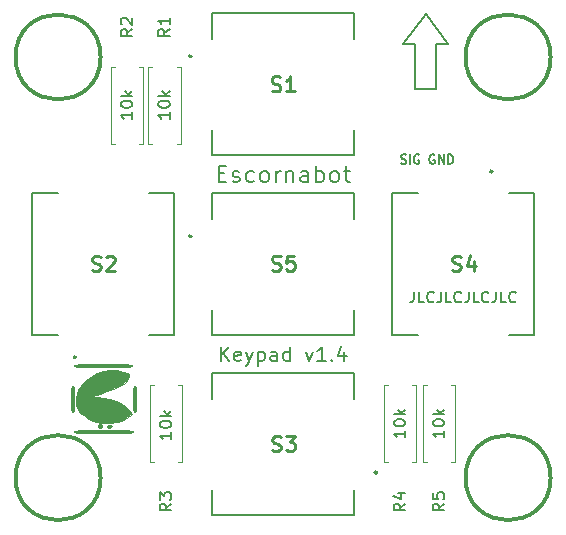
<source format=gbr>
G04 #@! TF.GenerationSoftware,KiCad,Pcbnew,(5.1.10-1-10_14)*
G04 #@! TF.CreationDate,2022-02-23T14:04:16+01:00*
G04 #@! TF.ProjectId,TecladoEB,5465636c-6164-46f4-9542-2e6b69636164,v1.3*
G04 #@! TF.SameCoordinates,PX5f5e100PY8b85c60*
G04 #@! TF.FileFunction,Legend,Top*
G04 #@! TF.FilePolarity,Positive*
%FSLAX46Y46*%
G04 Gerber Fmt 4.6, Leading zero omitted, Abs format (unit mm)*
G04 Created by KiCad (PCBNEW (5.1.10-1-10_14)) date 2022-02-23 14:04:16*
%MOMM*%
%LPD*%
G01*
G04 APERTURE LIST*
%ADD10C,0.150000*%
%ADD11C,0.200000*%
%ADD12C,0.160000*%
%ADD13C,0.120000*%
%ADD14C,0.254000*%
%ADD15C,0.010000*%
%ADD16C,0.350000*%
G04 APERTURE END LIST*
D10*
X34125571Y31680191D02*
X34232714Y31642096D01*
X34411285Y31642096D01*
X34482714Y31680191D01*
X34518428Y31718286D01*
X34554142Y31794477D01*
X34554142Y31870667D01*
X34518428Y31946858D01*
X34482714Y31984953D01*
X34411285Y32023048D01*
X34268428Y32061143D01*
X34197000Y32099239D01*
X34161285Y32137334D01*
X34125571Y32213524D01*
X34125571Y32289715D01*
X34161285Y32365905D01*
X34197000Y32404000D01*
X34268428Y32442096D01*
X34447000Y32442096D01*
X34554142Y32404000D01*
X34875571Y31642096D02*
X34875571Y32442096D01*
X35625571Y32404000D02*
X35554142Y32442096D01*
X35447000Y32442096D01*
X35339857Y32404000D01*
X35268428Y32327810D01*
X35232714Y32251620D01*
X35197000Y32099239D01*
X35197000Y31984953D01*
X35232714Y31832572D01*
X35268428Y31756381D01*
X35339857Y31680191D01*
X35447000Y31642096D01*
X35518428Y31642096D01*
X35625571Y31680191D01*
X35661285Y31718286D01*
X35661285Y31984953D01*
X35518428Y31984953D01*
X36947000Y32404000D02*
X36875571Y32442096D01*
X36768428Y32442096D01*
X36661285Y32404000D01*
X36589857Y32327810D01*
X36554142Y32251620D01*
X36518428Y32099239D01*
X36518428Y31984953D01*
X36554142Y31832572D01*
X36589857Y31756381D01*
X36661285Y31680191D01*
X36768428Y31642096D01*
X36839857Y31642096D01*
X36947000Y31680191D01*
X36982714Y31718286D01*
X36982714Y31984953D01*
X36839857Y31984953D01*
X37304142Y31642096D02*
X37304142Y32442096D01*
X37732714Y31642096D01*
X37732714Y32442096D01*
X38089857Y31642096D02*
X38089857Y32442096D01*
X38268428Y32442096D01*
X38375571Y32404000D01*
X38447000Y32327810D01*
X38482714Y32251620D01*
X38518428Y32099239D01*
X38518428Y31984953D01*
X38482714Y31832572D01*
X38447000Y31756381D01*
X38375571Y31680191D01*
X38268428Y31642096D01*
X38089857Y31642096D01*
D11*
X18663333Y30834000D02*
X19130000Y30834000D01*
X19330000Y30100667D02*
X18663333Y30100667D01*
X18663333Y31500667D01*
X19330000Y31500667D01*
X19863333Y30167334D02*
X19996666Y30100667D01*
X20263333Y30100667D01*
X20396666Y30167334D01*
X20463333Y30300667D01*
X20463333Y30367334D01*
X20396666Y30500667D01*
X20263333Y30567334D01*
X20063333Y30567334D01*
X19930000Y30634000D01*
X19863333Y30767334D01*
X19863333Y30834000D01*
X19930000Y30967334D01*
X20063333Y31034000D01*
X20263333Y31034000D01*
X20396666Y30967334D01*
X21663333Y30167334D02*
X21530000Y30100667D01*
X21263333Y30100667D01*
X21130000Y30167334D01*
X21063333Y30234000D01*
X20996666Y30367334D01*
X20996666Y30767334D01*
X21063333Y30900667D01*
X21130000Y30967334D01*
X21263333Y31034000D01*
X21530000Y31034000D01*
X21663333Y30967334D01*
X22463333Y30100667D02*
X22330000Y30167334D01*
X22263333Y30234000D01*
X22196666Y30367334D01*
X22196666Y30767334D01*
X22263333Y30900667D01*
X22330000Y30967334D01*
X22463333Y31034000D01*
X22663333Y31034000D01*
X22796666Y30967334D01*
X22863333Y30900667D01*
X22930000Y30767334D01*
X22930000Y30367334D01*
X22863333Y30234000D01*
X22796666Y30167334D01*
X22663333Y30100667D01*
X22463333Y30100667D01*
X23530000Y30100667D02*
X23530000Y31034000D01*
X23530000Y30767334D02*
X23596666Y30900667D01*
X23663333Y30967334D01*
X23796666Y31034000D01*
X23930000Y31034000D01*
X24396666Y31034000D02*
X24396666Y30100667D01*
X24396666Y30900667D02*
X24463333Y30967334D01*
X24596666Y31034000D01*
X24796666Y31034000D01*
X24930000Y30967334D01*
X24996666Y30834000D01*
X24996666Y30100667D01*
X26263333Y30100667D02*
X26263333Y30834000D01*
X26196666Y30967334D01*
X26063333Y31034000D01*
X25796666Y31034000D01*
X25663333Y30967334D01*
X26263333Y30167334D02*
X26130000Y30100667D01*
X25796666Y30100667D01*
X25663333Y30167334D01*
X25596666Y30300667D01*
X25596666Y30434000D01*
X25663333Y30567334D01*
X25796666Y30634000D01*
X26130000Y30634000D01*
X26263333Y30700667D01*
X26930000Y30100667D02*
X26930000Y31500667D01*
X26930000Y30967334D02*
X27063333Y31034000D01*
X27330000Y31034000D01*
X27463333Y30967334D01*
X27530000Y30900667D01*
X27596666Y30767334D01*
X27596666Y30367334D01*
X27530000Y30234000D01*
X27463333Y30167334D01*
X27330000Y30100667D01*
X27063333Y30100667D01*
X26930000Y30167334D01*
X28396666Y30100667D02*
X28263333Y30167334D01*
X28196666Y30234000D01*
X28130000Y30367334D01*
X28130000Y30767334D01*
X28196666Y30900667D01*
X28263333Y30967334D01*
X28396666Y31034000D01*
X28596666Y31034000D01*
X28730000Y30967334D01*
X28796666Y30900667D01*
X28863333Y30767334D01*
X28863333Y30367334D01*
X28796666Y30234000D01*
X28730000Y30167334D01*
X28596666Y30100667D01*
X28396666Y30100667D01*
X29263333Y31034000D02*
X29796666Y31034000D01*
X29463333Y31500667D02*
X29463333Y30300667D01*
X29530000Y30167334D01*
X29663333Y30100667D01*
X29796666Y30100667D01*
D12*
X35212857Y20812858D02*
X35212857Y20170000D01*
X35170000Y20041429D01*
X35084285Y19955715D01*
X34955714Y19912858D01*
X34870000Y19912858D01*
X36070000Y19912858D02*
X35641428Y19912858D01*
X35641428Y20812858D01*
X36884285Y19998572D02*
X36841428Y19955715D01*
X36712857Y19912858D01*
X36627142Y19912858D01*
X36498571Y19955715D01*
X36412857Y20041429D01*
X36370000Y20127143D01*
X36327142Y20298572D01*
X36327142Y20427143D01*
X36370000Y20598572D01*
X36412857Y20684286D01*
X36498571Y20770000D01*
X36627142Y20812858D01*
X36712857Y20812858D01*
X36841428Y20770000D01*
X36884285Y20727143D01*
X37527142Y20812858D02*
X37527142Y20170000D01*
X37484285Y20041429D01*
X37398571Y19955715D01*
X37270000Y19912858D01*
X37184285Y19912858D01*
X38384285Y19912858D02*
X37955714Y19912858D01*
X37955714Y20812858D01*
X39198571Y19998572D02*
X39155714Y19955715D01*
X39027142Y19912858D01*
X38941428Y19912858D01*
X38812857Y19955715D01*
X38727142Y20041429D01*
X38684285Y20127143D01*
X38641428Y20298572D01*
X38641428Y20427143D01*
X38684285Y20598572D01*
X38727142Y20684286D01*
X38812857Y20770000D01*
X38941428Y20812858D01*
X39027142Y20812858D01*
X39155714Y20770000D01*
X39198571Y20727143D01*
X39841428Y20812858D02*
X39841428Y20170000D01*
X39798571Y20041429D01*
X39712857Y19955715D01*
X39584285Y19912858D01*
X39498571Y19912858D01*
X40698571Y19912858D02*
X40270000Y19912858D01*
X40270000Y20812858D01*
X41512857Y19998572D02*
X41470000Y19955715D01*
X41341428Y19912858D01*
X41255714Y19912858D01*
X41127142Y19955715D01*
X41041428Y20041429D01*
X40998571Y20127143D01*
X40955714Y20298572D01*
X40955714Y20427143D01*
X40998571Y20598572D01*
X41041428Y20684286D01*
X41127142Y20770000D01*
X41255714Y20812858D01*
X41341428Y20812858D01*
X41470000Y20770000D01*
X41512857Y20727143D01*
X42155714Y20812858D02*
X42155714Y20170000D01*
X42112857Y20041429D01*
X42027142Y19955715D01*
X41898571Y19912858D01*
X41812857Y19912858D01*
X43012857Y19912858D02*
X42584285Y19912858D01*
X42584285Y20812858D01*
X43827142Y19998572D02*
X43784285Y19955715D01*
X43655714Y19912858D01*
X43570000Y19912858D01*
X43441428Y19955715D01*
X43355714Y20041429D01*
X43312857Y20127143D01*
X43270000Y20298572D01*
X43270000Y20427143D01*
X43312857Y20598572D01*
X43355714Y20684286D01*
X43441428Y20770000D01*
X43570000Y20812858D01*
X43655714Y20812858D01*
X43784285Y20770000D01*
X43827142Y20727143D01*
D11*
X18872857Y14951143D02*
X18872857Y16151143D01*
X19558571Y14951143D02*
X19044285Y15636858D01*
X19558571Y16151143D02*
X18872857Y15465429D01*
X20530000Y15008286D02*
X20415714Y14951143D01*
X20187142Y14951143D01*
X20072857Y15008286D01*
X20015714Y15122572D01*
X20015714Y15579715D01*
X20072857Y15694000D01*
X20187142Y15751143D01*
X20415714Y15751143D01*
X20530000Y15694000D01*
X20587142Y15579715D01*
X20587142Y15465429D01*
X20015714Y15351143D01*
X20987142Y15751143D02*
X21272857Y14951143D01*
X21558571Y15751143D02*
X21272857Y14951143D01*
X21158571Y14665429D01*
X21101428Y14608286D01*
X20987142Y14551143D01*
X22015714Y15751143D02*
X22015714Y14551143D01*
X22015714Y15694000D02*
X22130000Y15751143D01*
X22358571Y15751143D01*
X22472857Y15694000D01*
X22530000Y15636858D01*
X22587142Y15522572D01*
X22587142Y15179715D01*
X22530000Y15065429D01*
X22472857Y15008286D01*
X22358571Y14951143D01*
X22130000Y14951143D01*
X22015714Y15008286D01*
X23615714Y14951143D02*
X23615714Y15579715D01*
X23558571Y15694000D01*
X23444285Y15751143D01*
X23215714Y15751143D01*
X23101428Y15694000D01*
X23615714Y15008286D02*
X23501428Y14951143D01*
X23215714Y14951143D01*
X23101428Y15008286D01*
X23044285Y15122572D01*
X23044285Y15236858D01*
X23101428Y15351143D01*
X23215714Y15408286D01*
X23501428Y15408286D01*
X23615714Y15465429D01*
X24701428Y14951143D02*
X24701428Y16151143D01*
X24701428Y15008286D02*
X24587142Y14951143D01*
X24358571Y14951143D01*
X24244285Y15008286D01*
X24187142Y15065429D01*
X24130000Y15179715D01*
X24130000Y15522572D01*
X24187142Y15636858D01*
X24244285Y15694000D01*
X24358571Y15751143D01*
X24587142Y15751143D01*
X24701428Y15694000D01*
X26072857Y15751143D02*
X26358571Y14951143D01*
X26644285Y15751143D01*
X27730000Y14951143D02*
X27044285Y14951143D01*
X27387142Y14951143D02*
X27387142Y16151143D01*
X27272857Y15979715D01*
X27158571Y15865429D01*
X27044285Y15808286D01*
X28244285Y15065429D02*
X28301428Y15008286D01*
X28244285Y14951143D01*
X28187142Y15008286D01*
X28244285Y15065429D01*
X28244285Y14951143D01*
X29330000Y15751143D02*
X29330000Y14951143D01*
X29044285Y16208286D02*
X28758571Y15351143D01*
X29501428Y15351143D01*
X37084000Y38023800D02*
X35306000Y38023800D01*
X37084000Y41833800D02*
X37084000Y38023800D01*
X38100000Y41833800D02*
X37084000Y41833800D01*
X36195000Y44373800D02*
X38100000Y41833800D01*
X34290000Y41833800D02*
X36195000Y44373800D01*
X35306000Y41833800D02*
X34290000Y41833800D01*
X35306000Y38023800D02*
X35306000Y41833800D01*
D13*
X35076000Y12922000D02*
X35406000Y12922000D01*
X35406000Y12922000D02*
X35406000Y6382000D01*
X35406000Y6382000D02*
X35076000Y6382000D01*
X32996000Y12922000D02*
X32666000Y12922000D01*
X32666000Y12922000D02*
X32666000Y6382000D01*
X32666000Y6382000D02*
X32996000Y6382000D01*
X36298000Y6382000D02*
X35968000Y6382000D01*
X35968000Y6382000D02*
X35968000Y12922000D01*
X35968000Y12922000D02*
X36298000Y12922000D01*
X38378000Y6382000D02*
X38708000Y6382000D01*
X38708000Y6382000D02*
X38708000Y12922000D01*
X38708000Y12922000D02*
X38378000Y12922000D01*
X13184000Y6382000D02*
X12854000Y6382000D01*
X12854000Y6382000D02*
X12854000Y12922000D01*
X12854000Y12922000D02*
X13184000Y12922000D01*
X15264000Y6382000D02*
X15594000Y6382000D01*
X15594000Y6382000D02*
X15594000Y12922000D01*
X15594000Y12922000D02*
X15264000Y12922000D01*
X9882000Y33306000D02*
X9552000Y33306000D01*
X9552000Y33306000D02*
X9552000Y39846000D01*
X9552000Y39846000D02*
X9882000Y39846000D01*
X11962000Y33306000D02*
X12292000Y33306000D01*
X12292000Y33306000D02*
X12292000Y39846000D01*
X12292000Y39846000D02*
X11962000Y39846000D01*
X13057000Y33306000D02*
X12727000Y33306000D01*
X12727000Y33306000D02*
X12727000Y39846000D01*
X12727000Y39846000D02*
X13057000Y39846000D01*
X15137000Y33306000D02*
X15467000Y33306000D01*
X15467000Y33306000D02*
X15467000Y39846000D01*
X15467000Y39846000D02*
X15137000Y39846000D01*
D11*
X30130000Y17150000D02*
X18130000Y17150000D01*
X18130000Y29150000D02*
X30130000Y29150000D01*
X30130000Y17150000D02*
X30130000Y19301000D01*
X30130000Y29150000D02*
X30130000Y26999000D01*
X18130000Y29150000D02*
X18130000Y26999000D01*
X18130000Y17150000D02*
X18130000Y19301000D01*
D14*
X16357000Y25534000D02*
G75*
G03*
X16357000Y25534000I-82000J0D01*
G01*
D11*
X33370000Y17150000D02*
X33370000Y29150000D01*
X45370000Y29150000D02*
X45370000Y17150000D01*
X33370000Y17150000D02*
X35521000Y17150000D01*
X45370000Y17150000D02*
X43219000Y17150000D01*
X45370000Y29150000D02*
X43219000Y29150000D01*
X33370000Y29150000D02*
X35521000Y29150000D01*
D14*
X41836000Y31005000D02*
G75*
G03*
X41836000Y31005000I-82000J0D01*
G01*
D11*
X18130000Y13910000D02*
X30130000Y13910000D01*
X30130000Y1910000D02*
X18130000Y1910000D01*
X18130000Y13910000D02*
X18130000Y11759000D01*
X18130000Y1910000D02*
X18130000Y4061000D01*
X30130000Y1910000D02*
X30130000Y4061000D01*
X30130000Y13910000D02*
X30130000Y11759000D01*
D14*
X32067000Y5526000D02*
G75*
G03*
X32067000Y5526000I-82000J0D01*
G01*
D11*
X30130000Y32390000D02*
X18130000Y32390000D01*
X18130000Y44390000D02*
X30130000Y44390000D01*
X30130000Y32390000D02*
X30130000Y34541000D01*
X30130000Y44390000D02*
X30130000Y42239000D01*
X18130000Y44390000D02*
X18130000Y42239000D01*
X18130000Y32390000D02*
X18130000Y34541000D01*
D14*
X16357000Y40774000D02*
G75*
G03*
X16357000Y40774000I-82000J0D01*
G01*
D11*
X14890000Y29150000D02*
X14890000Y17150000D01*
X2890000Y17150000D02*
X2890000Y29150000D01*
X14890000Y29150000D02*
X12739000Y29150000D01*
X2890000Y29150000D02*
X5041000Y29150000D01*
X2890000Y17150000D02*
X5041000Y17150000D01*
X14890000Y17150000D02*
X12739000Y17150000D01*
D14*
X6588000Y15295000D02*
G75*
G03*
X6588000Y15295000I-82000J0D01*
G01*
D15*
G36*
X9656675Y9100735D02*
G01*
X10228882Y9097358D01*
X10666144Y9090661D01*
X10985652Y9079771D01*
X11204597Y9063813D01*
X11340169Y9041913D01*
X11409559Y9013196D01*
X11429958Y8976790D01*
X11430000Y8974666D01*
X11411682Y8937836D01*
X11345268Y8908740D01*
X11213568Y8886507D01*
X10999391Y8870260D01*
X10685545Y8859128D01*
X10254841Y8852234D01*
X9690088Y8848706D01*
X8974094Y8847669D01*
X8932333Y8847666D01*
X8207991Y8848598D01*
X7635784Y8851975D01*
X7198522Y8858672D01*
X6879014Y8869562D01*
X6660069Y8885520D01*
X6524497Y8907420D01*
X6455107Y8936137D01*
X6434709Y8972543D01*
X6434667Y8974666D01*
X6452984Y9011497D01*
X6519398Y9040593D01*
X6651098Y9062826D01*
X6865276Y9079073D01*
X7179121Y9090205D01*
X7609825Y9097099D01*
X8174579Y9100627D01*
X8890572Y9101664D01*
X8932333Y9101666D01*
X9656675Y9100735D01*
G37*
X9656675Y9100735D02*
X10228882Y9097358D01*
X10666144Y9090661D01*
X10985652Y9079771D01*
X11204597Y9063813D01*
X11340169Y9041913D01*
X11409559Y9013196D01*
X11429958Y8976790D01*
X11430000Y8974666D01*
X11411682Y8937836D01*
X11345268Y8908740D01*
X11213568Y8886507D01*
X10999391Y8870260D01*
X10685545Y8859128D01*
X10254841Y8852234D01*
X9690088Y8848706D01*
X8974094Y8847669D01*
X8932333Y8847666D01*
X8207991Y8848598D01*
X7635784Y8851975D01*
X7198522Y8858672D01*
X6879014Y8869562D01*
X6660069Y8885520D01*
X6524497Y8907420D01*
X6455107Y8936137D01*
X6434709Y8972543D01*
X6434667Y8974666D01*
X6452984Y9011497D01*
X6519398Y9040593D01*
X6651098Y9062826D01*
X6865276Y9079073D01*
X7179121Y9090205D01*
X7609825Y9097099D01*
X8174579Y9100627D01*
X8890572Y9101664D01*
X8932333Y9101666D01*
X9656675Y9100735D01*
G36*
X8777504Y9549798D02*
G01*
X8805333Y9440333D01*
X8745465Y9298829D01*
X8636000Y9271000D01*
X8494496Y9330868D01*
X8466667Y9440333D01*
X8526535Y9581837D01*
X8636000Y9609666D01*
X8777504Y9549798D01*
G37*
X8777504Y9549798D02*
X8805333Y9440333D01*
X8745465Y9298829D01*
X8636000Y9271000D01*
X8494496Y9330868D01*
X8466667Y9440333D01*
X8526535Y9581837D01*
X8636000Y9609666D01*
X8777504Y9549798D01*
G36*
X9576982Y9523911D02*
G01*
X9609667Y9440333D01*
X9537353Y9332155D01*
X9411634Y9285291D01*
X9265673Y9292534D01*
X9240232Y9393482D01*
X9243460Y9412291D01*
X9324053Y9526710D01*
X9459472Y9565774D01*
X9576982Y9523911D01*
G37*
X9576982Y9523911D02*
X9609667Y9440333D01*
X9537353Y9332155D01*
X9411634Y9285291D01*
X9265673Y9292534D01*
X9240232Y9393482D01*
X9243460Y9412291D01*
X9324053Y9526710D01*
X9459472Y9565774D01*
X9576982Y9523911D01*
G36*
X10048910Y14163853D02*
G01*
X10566372Y14060300D01*
X10889644Y13937450D01*
X11064471Y13819960D01*
X11108906Y13682345D01*
X11041005Y13499118D01*
X11006257Y13439347D01*
X10730011Y13126960D01*
X10294083Y12828707D01*
X9707872Y12549519D01*
X8980781Y12294330D01*
X8636000Y12195587D01*
X7916333Y12001437D01*
X8339667Y11944473D01*
X8903354Y11848084D01*
X9474294Y11714895D01*
X9986270Y11561700D01*
X10261158Y11457166D01*
X10505760Y11319960D01*
X10767913Y11123408D01*
X11013368Y10900491D01*
X11207877Y10684193D01*
X11317193Y10507495D01*
X11326781Y10430934D01*
X11241407Y10346669D01*
X11042454Y10215702D01*
X10769501Y10063561D01*
X10709833Y10033000D01*
X10412067Y9890280D01*
X10167476Y9800869D01*
X9915284Y9751079D01*
X9594715Y9727219D01*
X9315863Y9719021D01*
X8938308Y9718282D01*
X8604114Y9731107D01*
X8363970Y9754977D01*
X8296785Y9769684D01*
X7801888Y9979409D01*
X7341269Y10266455D01*
X6963856Y10596328D01*
X6766457Y10848458D01*
X6614332Y11239023D01*
X6573025Y11702139D01*
X6642555Y12182310D01*
X6765901Y12517064D01*
X7012783Y12882156D01*
X7389542Y13256628D01*
X7861373Y13610434D01*
X8370259Y13902157D01*
X8879243Y14080599D01*
X9461863Y14169492D01*
X10048910Y14163853D01*
G37*
X10048910Y14163853D02*
X10566372Y14060300D01*
X10889644Y13937450D01*
X11064471Y13819960D01*
X11108906Y13682345D01*
X11041005Y13499118D01*
X11006257Y13439347D01*
X10730011Y13126960D01*
X10294083Y12828707D01*
X9707872Y12549519D01*
X8980781Y12294330D01*
X8636000Y12195587D01*
X7916333Y12001437D01*
X8339667Y11944473D01*
X8903354Y11848084D01*
X9474294Y11714895D01*
X9986270Y11561700D01*
X10261158Y11457166D01*
X10505760Y11319960D01*
X10767913Y11123408D01*
X11013368Y10900491D01*
X11207877Y10684193D01*
X11317193Y10507495D01*
X11326781Y10430934D01*
X11241407Y10346669D01*
X11042454Y10215702D01*
X10769501Y10063561D01*
X10709833Y10033000D01*
X10412067Y9890280D01*
X10167476Y9800869D01*
X9915284Y9751079D01*
X9594715Y9727219D01*
X9315863Y9719021D01*
X8938308Y9718282D01*
X8604114Y9731107D01*
X8363970Y9754977D01*
X8296785Y9769684D01*
X7801888Y9979409D01*
X7341269Y10266455D01*
X6963856Y10596328D01*
X6766457Y10848458D01*
X6614332Y11239023D01*
X6573025Y11702139D01*
X6642555Y12182310D01*
X6765901Y12517064D01*
X7012783Y12882156D01*
X7389542Y13256628D01*
X7861373Y13610434D01*
X8370259Y13902157D01*
X8879243Y14080599D01*
X9461863Y14169492D01*
X10048910Y14163853D01*
G36*
X6360560Y12802470D02*
G01*
X6396812Y12712183D01*
X6419313Y12531091D01*
X6430954Y12234147D01*
X6434624Y11796303D01*
X6434667Y11726333D01*
X6431836Y11267927D01*
X6421418Y10953741D01*
X6400523Y10758729D01*
X6366260Y10657842D01*
X6315740Y10626034D01*
X6307667Y10625666D01*
X6254773Y10650196D01*
X6218521Y10740483D01*
X6196020Y10921575D01*
X6184379Y11218519D01*
X6180709Y11656364D01*
X6180667Y11726333D01*
X6183497Y12184740D01*
X6193915Y12498925D01*
X6214810Y12693938D01*
X6249073Y12794824D01*
X6299593Y12826632D01*
X6307667Y12827000D01*
X6360560Y12802470D01*
G37*
X6360560Y12802470D02*
X6396812Y12712183D01*
X6419313Y12531091D01*
X6430954Y12234147D01*
X6434624Y11796303D01*
X6434667Y11726333D01*
X6431836Y11267927D01*
X6421418Y10953741D01*
X6400523Y10758729D01*
X6366260Y10657842D01*
X6315740Y10626034D01*
X6307667Y10625666D01*
X6254773Y10650196D01*
X6218521Y10740483D01*
X6196020Y10921575D01*
X6184379Y11218519D01*
X6180709Y11656364D01*
X6180667Y11726333D01*
X6183497Y12184740D01*
X6193915Y12498925D01*
X6214810Y12693938D01*
X6249073Y12794824D01*
X6299593Y12826632D01*
X6307667Y12827000D01*
X6360560Y12802470D01*
G36*
X11609893Y12802470D02*
G01*
X11646145Y12712183D01*
X11668647Y12531091D01*
X11680287Y12234147D01*
X11683957Y11796303D01*
X11684000Y11726333D01*
X11681169Y11267927D01*
X11670752Y10953741D01*
X11649857Y10758729D01*
X11615594Y10657842D01*
X11565073Y10626034D01*
X11557000Y10625666D01*
X11504107Y10650196D01*
X11467855Y10740483D01*
X11445353Y10921575D01*
X11433712Y11218519D01*
X11430042Y11656364D01*
X11430000Y11726333D01*
X11432830Y12184740D01*
X11443248Y12498925D01*
X11464143Y12693938D01*
X11498406Y12794824D01*
X11548926Y12826632D01*
X11557000Y12827000D01*
X11609893Y12802470D01*
G37*
X11609893Y12802470D02*
X11646145Y12712183D01*
X11668647Y12531091D01*
X11680287Y12234147D01*
X11683957Y11796303D01*
X11684000Y11726333D01*
X11681169Y11267927D01*
X11670752Y10953741D01*
X11649857Y10758729D01*
X11615594Y10657842D01*
X11565073Y10626034D01*
X11557000Y10625666D01*
X11504107Y10650196D01*
X11467855Y10740483D01*
X11445353Y10921575D01*
X11433712Y11218519D01*
X11430042Y11656364D01*
X11430000Y11726333D01*
X11432830Y12184740D01*
X11443248Y12498925D01*
X11464143Y12693938D01*
X11498406Y12794824D01*
X11548926Y12826632D01*
X11557000Y12827000D01*
X11609893Y12802470D01*
G36*
X9607570Y14688715D02*
G01*
X10173146Y14685261D01*
X10604061Y14678410D01*
X10917645Y14667265D01*
X11131232Y14650928D01*
X11262154Y14628505D01*
X11327741Y14599097D01*
X11345333Y14562666D01*
X11326930Y14525551D01*
X11260167Y14496297D01*
X11127712Y14474008D01*
X10912232Y14457788D01*
X10596397Y14446741D01*
X10162873Y14439969D01*
X9594328Y14436576D01*
X8890000Y14435666D01*
X8172430Y14436618D01*
X7606854Y14440072D01*
X7175939Y14446923D01*
X6862354Y14458068D01*
X6648767Y14474405D01*
X6517846Y14496828D01*
X6452259Y14526236D01*
X6434667Y14562666D01*
X6453069Y14599782D01*
X6519832Y14629036D01*
X6652288Y14651325D01*
X6867767Y14667545D01*
X7183603Y14678592D01*
X7617127Y14685364D01*
X8185671Y14688757D01*
X8890000Y14689666D01*
X9607570Y14688715D01*
G37*
X9607570Y14688715D02*
X10173146Y14685261D01*
X10604061Y14678410D01*
X10917645Y14667265D01*
X11131232Y14650928D01*
X11262154Y14628505D01*
X11327741Y14599097D01*
X11345333Y14562666D01*
X11326930Y14525551D01*
X11260167Y14496297D01*
X11127712Y14474008D01*
X10912232Y14457788D01*
X10596397Y14446741D01*
X10162873Y14439969D01*
X9594328Y14436576D01*
X8890000Y14435666D01*
X8172430Y14436618D01*
X7606854Y14440072D01*
X7175939Y14446923D01*
X6862354Y14458068D01*
X6648767Y14474405D01*
X6517846Y14496828D01*
X6452259Y14526236D01*
X6434667Y14562666D01*
X6453069Y14599782D01*
X6519832Y14629036D01*
X6652288Y14651325D01*
X6867767Y14667545D01*
X7183603Y14678592D01*
X7617127Y14685364D01*
X8185671Y14688757D01*
X8890000Y14689666D01*
X9607570Y14688715D01*
D16*
X8680000Y5080000D02*
G75*
G03*
X8680000Y5080000I-3600000J0D01*
G01*
X46780000Y40700000D02*
G75*
G03*
X46780000Y40700000I-3600000J0D01*
G01*
X46780000Y5080000D02*
G75*
G03*
X46780000Y5080000I-3600000J0D01*
G01*
X8680000Y40700000D02*
G75*
G03*
X8680000Y40700000I-3600000J0D01*
G01*
D10*
X34488380Y2881334D02*
X34012190Y2548000D01*
X34488380Y2309905D02*
X33488380Y2309905D01*
X33488380Y2690858D01*
X33536000Y2786096D01*
X33583619Y2833715D01*
X33678857Y2881334D01*
X33821714Y2881334D01*
X33916952Y2833715D01*
X33964571Y2786096D01*
X34012190Y2690858D01*
X34012190Y2309905D01*
X33821714Y3738477D02*
X34488380Y3738477D01*
X33440761Y3500381D02*
X34155047Y3262286D01*
X34155047Y3881334D01*
X34488380Y9056762D02*
X34488380Y8485334D01*
X34488380Y8771048D02*
X33488380Y8771048D01*
X33631238Y8675810D01*
X33726476Y8580572D01*
X33774095Y8485334D01*
X33488380Y9675810D02*
X33488380Y9771048D01*
X33536000Y9866286D01*
X33583619Y9913905D01*
X33678857Y9961524D01*
X33869333Y10009143D01*
X34107428Y10009143D01*
X34297904Y9961524D01*
X34393142Y9913905D01*
X34440761Y9866286D01*
X34488380Y9771048D01*
X34488380Y9675810D01*
X34440761Y9580572D01*
X34393142Y9532953D01*
X34297904Y9485334D01*
X34107428Y9437715D01*
X33869333Y9437715D01*
X33678857Y9485334D01*
X33583619Y9532953D01*
X33536000Y9580572D01*
X33488380Y9675810D01*
X34488380Y10437715D02*
X33488380Y10437715D01*
X34107428Y10532953D02*
X34488380Y10818667D01*
X33821714Y10818667D02*
X34202666Y10437715D01*
X37790380Y2881334D02*
X37314190Y2548000D01*
X37790380Y2309905D02*
X36790380Y2309905D01*
X36790380Y2690858D01*
X36838000Y2786096D01*
X36885619Y2833715D01*
X36980857Y2881334D01*
X37123714Y2881334D01*
X37218952Y2833715D01*
X37266571Y2786096D01*
X37314190Y2690858D01*
X37314190Y2309905D01*
X36790380Y3786096D02*
X36790380Y3309905D01*
X37266571Y3262286D01*
X37218952Y3309905D01*
X37171333Y3405143D01*
X37171333Y3643239D01*
X37218952Y3738477D01*
X37266571Y3786096D01*
X37361809Y3833715D01*
X37599904Y3833715D01*
X37695142Y3786096D01*
X37742761Y3738477D01*
X37790380Y3643239D01*
X37790380Y3405143D01*
X37742761Y3309905D01*
X37695142Y3262286D01*
X37790380Y9056762D02*
X37790380Y8485334D01*
X37790380Y8771048D02*
X36790380Y8771048D01*
X36933238Y8675810D01*
X37028476Y8580572D01*
X37076095Y8485334D01*
X36790380Y9675810D02*
X36790380Y9771048D01*
X36838000Y9866286D01*
X36885619Y9913905D01*
X36980857Y9961524D01*
X37171333Y10009143D01*
X37409428Y10009143D01*
X37599904Y9961524D01*
X37695142Y9913905D01*
X37742761Y9866286D01*
X37790380Y9771048D01*
X37790380Y9675810D01*
X37742761Y9580572D01*
X37695142Y9532953D01*
X37599904Y9485334D01*
X37409428Y9437715D01*
X37171333Y9437715D01*
X36980857Y9485334D01*
X36885619Y9532953D01*
X36838000Y9580572D01*
X36790380Y9675810D01*
X37790380Y10437715D02*
X36790380Y10437715D01*
X37409428Y10532953D02*
X37790380Y10818667D01*
X37123714Y10818667D02*
X37504666Y10437715D01*
X14676380Y2881334D02*
X14200190Y2548000D01*
X14676380Y2309905D02*
X13676380Y2309905D01*
X13676380Y2690858D01*
X13724000Y2786096D01*
X13771619Y2833715D01*
X13866857Y2881334D01*
X14009714Y2881334D01*
X14104952Y2833715D01*
X14152571Y2786096D01*
X14200190Y2690858D01*
X14200190Y2309905D01*
X13676380Y3214667D02*
X13676380Y3833715D01*
X14057333Y3500381D01*
X14057333Y3643239D01*
X14104952Y3738477D01*
X14152571Y3786096D01*
X14247809Y3833715D01*
X14485904Y3833715D01*
X14581142Y3786096D01*
X14628761Y3738477D01*
X14676380Y3643239D01*
X14676380Y3357524D01*
X14628761Y3262286D01*
X14581142Y3214667D01*
X14676380Y8929762D02*
X14676380Y8358334D01*
X14676380Y8644048D02*
X13676380Y8644048D01*
X13819238Y8548810D01*
X13914476Y8453572D01*
X13962095Y8358334D01*
X13676380Y9548810D02*
X13676380Y9644048D01*
X13724000Y9739286D01*
X13771619Y9786905D01*
X13866857Y9834524D01*
X14057333Y9882143D01*
X14295428Y9882143D01*
X14485904Y9834524D01*
X14581142Y9786905D01*
X14628761Y9739286D01*
X14676380Y9644048D01*
X14676380Y9548810D01*
X14628761Y9453572D01*
X14581142Y9405953D01*
X14485904Y9358334D01*
X14295428Y9310715D01*
X14057333Y9310715D01*
X13866857Y9358334D01*
X13771619Y9405953D01*
X13724000Y9453572D01*
X13676380Y9548810D01*
X14676380Y10310715D02*
X13676380Y10310715D01*
X14295428Y10405953D02*
X14676380Y10691667D01*
X14009714Y10691667D02*
X14390666Y10310715D01*
X11374380Y43068334D02*
X10898190Y42735000D01*
X11374380Y42496905D02*
X10374380Y42496905D01*
X10374380Y42877858D01*
X10422000Y42973096D01*
X10469619Y43020715D01*
X10564857Y43068334D01*
X10707714Y43068334D01*
X10802952Y43020715D01*
X10850571Y42973096D01*
X10898190Y42877858D01*
X10898190Y42496905D01*
X10469619Y43449286D02*
X10422000Y43496905D01*
X10374380Y43592143D01*
X10374380Y43830239D01*
X10422000Y43925477D01*
X10469619Y43973096D01*
X10564857Y44020715D01*
X10660095Y44020715D01*
X10802952Y43973096D01*
X11374380Y43401667D01*
X11374380Y44020715D01*
X11374380Y36035762D02*
X11374380Y35464334D01*
X11374380Y35750048D02*
X10374380Y35750048D01*
X10517238Y35654810D01*
X10612476Y35559572D01*
X10660095Y35464334D01*
X10374380Y36654810D02*
X10374380Y36750048D01*
X10422000Y36845286D01*
X10469619Y36892905D01*
X10564857Y36940524D01*
X10755333Y36988143D01*
X10993428Y36988143D01*
X11183904Y36940524D01*
X11279142Y36892905D01*
X11326761Y36845286D01*
X11374380Y36750048D01*
X11374380Y36654810D01*
X11326761Y36559572D01*
X11279142Y36511953D01*
X11183904Y36464334D01*
X10993428Y36416715D01*
X10755333Y36416715D01*
X10564857Y36464334D01*
X10469619Y36511953D01*
X10422000Y36559572D01*
X10374380Y36654810D01*
X11374380Y37416715D02*
X10374380Y37416715D01*
X10993428Y37511953D02*
X11374380Y37797667D01*
X10707714Y37797667D02*
X11088666Y37416715D01*
X14549380Y43068334D02*
X14073190Y42735000D01*
X14549380Y42496905D02*
X13549380Y42496905D01*
X13549380Y42877858D01*
X13597000Y42973096D01*
X13644619Y43020715D01*
X13739857Y43068334D01*
X13882714Y43068334D01*
X13977952Y43020715D01*
X14025571Y42973096D01*
X14073190Y42877858D01*
X14073190Y42496905D01*
X14549380Y44020715D02*
X14549380Y43449286D01*
X14549380Y43735000D02*
X13549380Y43735000D01*
X13692238Y43639762D01*
X13787476Y43544524D01*
X13835095Y43449286D01*
X14549380Y36035762D02*
X14549380Y35464334D01*
X14549380Y35750048D02*
X13549380Y35750048D01*
X13692238Y35654810D01*
X13787476Y35559572D01*
X13835095Y35464334D01*
X13549380Y36654810D02*
X13549380Y36750048D01*
X13597000Y36845286D01*
X13644619Y36892905D01*
X13739857Y36940524D01*
X13930333Y36988143D01*
X14168428Y36988143D01*
X14358904Y36940524D01*
X14454142Y36892905D01*
X14501761Y36845286D01*
X14549380Y36750048D01*
X14549380Y36654810D01*
X14501761Y36559572D01*
X14454142Y36511953D01*
X14358904Y36464334D01*
X14168428Y36416715D01*
X13930333Y36416715D01*
X13739857Y36464334D01*
X13644619Y36511953D01*
X13597000Y36559572D01*
X13549380Y36654810D01*
X14549380Y37416715D02*
X13549380Y37416715D01*
X14168428Y37511953D02*
X14549380Y37797667D01*
X13882714Y37797667D02*
X14263666Y37416715D01*
D14*
X23187780Y22671953D02*
X23369209Y22611477D01*
X23671590Y22611477D01*
X23792542Y22671953D01*
X23853019Y22732429D01*
X23913495Y22853381D01*
X23913495Y22974334D01*
X23853019Y23095286D01*
X23792542Y23155762D01*
X23671590Y23216239D01*
X23429685Y23276715D01*
X23308733Y23337191D01*
X23248257Y23397667D01*
X23187780Y23518620D01*
X23187780Y23639572D01*
X23248257Y23760524D01*
X23308733Y23821000D01*
X23429685Y23881477D01*
X23732066Y23881477D01*
X23913495Y23821000D01*
X25062542Y23881477D02*
X24457780Y23881477D01*
X24397304Y23276715D01*
X24457780Y23337191D01*
X24578733Y23397667D01*
X24881114Y23397667D01*
X25002066Y23337191D01*
X25062542Y23276715D01*
X25123019Y23155762D01*
X25123019Y22853381D01*
X25062542Y22732429D01*
X25002066Y22671953D01*
X24881114Y22611477D01*
X24578733Y22611477D01*
X24457780Y22671953D01*
X24397304Y22732429D01*
X38453180Y22646553D02*
X38634609Y22586077D01*
X38936990Y22586077D01*
X39057942Y22646553D01*
X39118419Y22707029D01*
X39178895Y22827981D01*
X39178895Y22948934D01*
X39118419Y23069886D01*
X39057942Y23130362D01*
X38936990Y23190839D01*
X38695085Y23251315D01*
X38574133Y23311791D01*
X38513657Y23372267D01*
X38453180Y23493220D01*
X38453180Y23614172D01*
X38513657Y23735124D01*
X38574133Y23795600D01*
X38695085Y23856077D01*
X38997466Y23856077D01*
X39178895Y23795600D01*
X40267466Y23432743D02*
X40267466Y22586077D01*
X39965085Y23916553D02*
X39662704Y23009410D01*
X40448895Y23009410D01*
X23213180Y7381153D02*
X23394609Y7320677D01*
X23696990Y7320677D01*
X23817942Y7381153D01*
X23878419Y7441629D01*
X23938895Y7562581D01*
X23938895Y7683534D01*
X23878419Y7804486D01*
X23817942Y7864962D01*
X23696990Y7925439D01*
X23455085Y7985915D01*
X23334133Y8046391D01*
X23273657Y8106867D01*
X23213180Y8227820D01*
X23213180Y8348772D01*
X23273657Y8469724D01*
X23334133Y8530200D01*
X23455085Y8590677D01*
X23757466Y8590677D01*
X23938895Y8530200D01*
X24362228Y8590677D02*
X25148419Y8590677D01*
X24725085Y8106867D01*
X24906514Y8106867D01*
X25027466Y8046391D01*
X25087942Y7985915D01*
X25148419Y7864962D01*
X25148419Y7562581D01*
X25087942Y7441629D01*
X25027466Y7381153D01*
X24906514Y7320677D01*
X24543657Y7320677D01*
X24422704Y7381153D01*
X24362228Y7441629D01*
X23162380Y37835753D02*
X23343809Y37775277D01*
X23646190Y37775277D01*
X23767142Y37835753D01*
X23827619Y37896229D01*
X23888095Y38017181D01*
X23888095Y38138134D01*
X23827619Y38259086D01*
X23767142Y38319562D01*
X23646190Y38380039D01*
X23404285Y38440515D01*
X23283333Y38500991D01*
X23222857Y38561467D01*
X23162380Y38682420D01*
X23162380Y38803372D01*
X23222857Y38924324D01*
X23283333Y38984800D01*
X23404285Y39045277D01*
X23706666Y39045277D01*
X23888095Y38984800D01*
X25097619Y37775277D02*
X24371904Y37775277D01*
X24734761Y37775277D02*
X24734761Y39045277D01*
X24613809Y38863848D01*
X24492857Y38742896D01*
X24371904Y38682420D01*
X7947780Y22646553D02*
X8129209Y22586077D01*
X8431590Y22586077D01*
X8552542Y22646553D01*
X8613019Y22707029D01*
X8673495Y22827981D01*
X8673495Y22948934D01*
X8613019Y23069886D01*
X8552542Y23130362D01*
X8431590Y23190839D01*
X8189685Y23251315D01*
X8068733Y23311791D01*
X8008257Y23372267D01*
X7947780Y23493220D01*
X7947780Y23614172D01*
X8008257Y23735124D01*
X8068733Y23795600D01*
X8189685Y23856077D01*
X8492066Y23856077D01*
X8673495Y23795600D01*
X9157304Y23735124D02*
X9217780Y23795600D01*
X9338733Y23856077D01*
X9641114Y23856077D01*
X9762066Y23795600D01*
X9822542Y23735124D01*
X9883019Y23614172D01*
X9883019Y23493220D01*
X9822542Y23311791D01*
X9096828Y22586077D01*
X9883019Y22586077D01*
M02*

</source>
